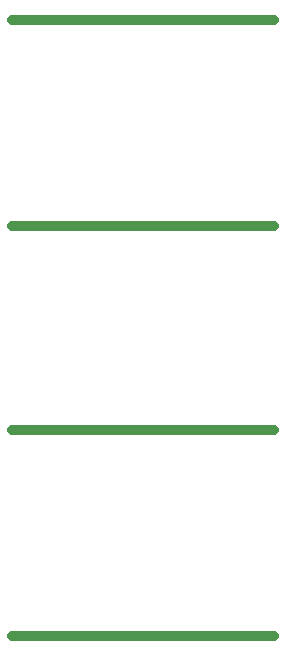
<source format=gbr>
%TF.GenerationSoftware,Altium Limited,Altium Designer,22.6.1 (34)*%
G04 Layer_Color=8388736*
%FSLAX45Y45*%
%MOMM*%
%TF.SameCoordinates,41C29604-6FBD-4392-AD62-CF0DA8D1722B*%
%TF.FilePolarity,Positive*%
%TF.FileFunction,Other,Vcut*%
%TF.Part,CustomerPanel*%
G01*
G75*
%TA.AperFunction,NonConductor*%
%ADD98C,0.81280*%
D98*
X-127000Y6770264D02*
X2095500Y6770264D01*
X-127000Y5029200D02*
X2095500Y5029201D01*
X-127000Y3301431D02*
X2095500Y3301431D01*
X-127000Y1562100D02*
X2095500Y1562100D01*
%TF.MD5,5315c114ac202688bb8b672f042fb226*%
M02*

</source>
